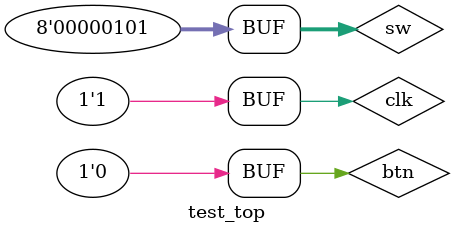
<source format=v>
`timescale 1ns / 1ps


module test_top;

	// Inputs
	reg clk;
	reg btn;
	reg [7:0] sw;

	// Outputs
	wire [3:0] an;
	wire [7:0] seg;

	// Instantiate the Unit Under Test (UUT)
	top uut (
		.clk(clk), 
		.btn(btn), 
		.sw(sw), 
		.an(an), 
		.seg(seg)
	);
	
	always
	begin
	clk=0;
	#1
	clk=1;
	#1;
	end
	
	initial begin
		// Initialize Inputs
		clk = 0;
		btn = 1;
		sw = 0;

		// Wait 100 ns for global reset to finish
		#10;
		btn=0;
		#10
		sw[7]=1;
		#10
		sw[6:0]=sw[6:0]+1;
		#10
		sw[6:0]=sw[6:0]+1;
		#10
		sw[6:0]=sw[6:0]+1;
		#10
		sw[6:0]=sw[6:0]+1;
		#10
		sw[6:0]=sw[6:0]+1;
		
		#10
		sw[7]=0;
        
		// Add stimulus here

	end
      
endmodule


</source>
